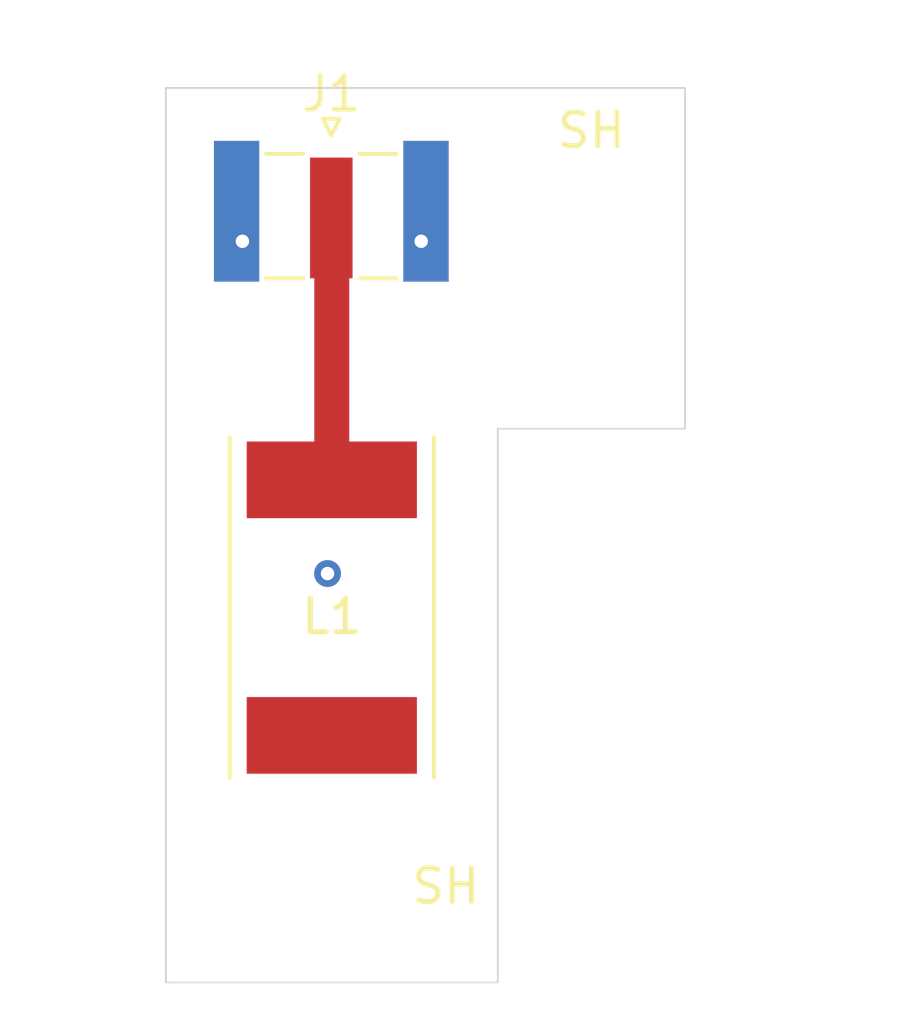
<source format=kicad_pcb>
(kicad_pcb (version 20211014) (generator pcbnew)
  (layers (0 "F.Cu" signal) (31 "B.Cu" signal) (34 "B.Paste" user) (35 "F.Paste" user) (36 "B.SilkS" user "B.Silkscreen") (37 "F.SilkS" user "F.Silkscreen") (38 "B.Mask" user) (39 "F.Mask" user) (44 "Edge.Cuts" user))
  (net 0 "")
  (net 1 "GND")
  (net 2 "Net-(J1-Pad1)")
  (footprint "Connector_Coaxial:SMA_Samtec_SMA-J-P-X-ST-EM1_EdgeMount" (layer "F.Cu") (at 139.05 100.45)
    (fp_text reference "J1" (at 0 -3.5) (layer "F.SilkS"))
    (fp_text value "Conn_Coaxial")
    (fp_line (start 0.25 -2.76) (end -0.25 -2.76) (layer "F.SilkS") (width 0.12))
    (fp_line (start -1.95 -1.71) (end -0.84 -1.71) (layer "F.SilkS") (width 0.12))
    (fp_line (start -1.95 2) (end -0.84 2) (layer "F.SilkS") (width 0.12))
    (fp_line (start 0 -2.26) (end 0.25 -2.76) (layer "F.SilkS") (width 0.12))
    (fp_line (start -0.25 -2.76) (end 0 -2.26) (layer "F.SilkS") (width 0.12))
    (fp_line (start 0.84 -1.71) (end 1.95 -1.71) (layer "F.SilkS") (width 0.12))
    (fp_line (start 0.84 2) (end 1.95 2) (layer "F.SilkS") (width 0.12))
    (pad "1" smd rect (at 0 0.2) (size 1.27 3.6) (layers "F.Cu" "F.Paste" "F.Mask") (net 2 "Net-(J1-Pad1)"))
    (pad "2" smd rect (at 2.825 0) (size 1.35 4.2) (layers "B.Cu" "B.Paste" "B.Mask") (net 1 "GND"))
    (pad "2" smd rect (at 2.825 0) (size 1.35 4.2) (layers "F.Cu" "F.Paste" "F.Mask") (net 1 "GND"))
    (pad "2" smd rect (at -2.825 0) (size 1.35 4.2) (layers "B.Cu" "B.Paste" "B.Mask") (net 1 "GND"))
    (pad "2" smd rect (at -2.825 0) (size 1.35 4.2) (layers "F.Cu" "F.Paste" "F.Mask") (net 1 "GND"))
  )
  (footprint "L_Coil:L_Coil" (layer "F.Cu") (at 139.065 109.474 180)
    (fp_text reference "L1" (at 0 -3.056) (layer "F.SilkS"))
    (fp_text value "L")
    (fp_line (start -3.048 -7.874) (end -3.048 2.286) (layer "F.SilkS") (width 0.12))
    (fp_line (start 3.048 -7.874) (end 3.048 2.286) (layer "F.SilkS") (width 0.12))
    (pad "1" smd rect locked (at 0 1.016 180) (size 5.08 2.286) (layers "F.Cu" "F.Paste" "F.Mask") (net 2 "Net-(J1-Pad1)"))
    (pad "2" smd rect locked (at 0 -6.604 180) (size 5.08 2.286) (layers "F.Cu" "F.Paste" "F.Mask") (net 1 "GND"))
  )
  (footprint "MountingHole:MountingHole_2.2mm_M2" (layer "F.Cu") (at 139.065 120.65)
    (fp_text reference "SH" (at 3.4036 -0.0762) (layer "F.SilkS"))
    (fp_text value "MountingHole_2.2mm_M2")
    (pad "" np_thru_hole circle (at 0 0) (size 2.2 2.2) (drill 2.2) (layers *.Cu *.Mask))
  )
  (footprint "MountingHole:MountingHole_2.2mm_M2" (layer "F.Cu") (at 146.812 101.346)
    (fp_text reference "SH" (at 0 -3.302) (layer "F.SilkS"))
    (fp_text value "MountingHole_2.2mm_M2")
    (pad "" np_thru_hole circle (at 0 0) (size 2.2 2.2) (drill 2.2) (layers *.Cu *.Mask))
  )
  (gr_line (start 149.606 96.774) (end 149.606 106.426) (layer "Edge.Cuts") (width 0.05))
  (gr_line (start 149.606 106.426) (end 149.606 106.934) (layer "Edge.Cuts") (width 0.05))
  (gr_line (start 144.018 106.934) (end 144.018 123.444) (layer "Edge.Cuts") (width 0.05))
  (gr_line (start 134.112 96.774) (end 149.606 96.774) (layer "Edge.Cuts") (width 0.05))
  (gr_line (start 144.018 123.444) (end 134.112 123.444) (layer "Edge.Cuts") (width 0.05))
  (gr_line (start 149.606 106.934) (end 144.018 106.934) (layer "Edge.Cuts") (width 0.05))
  (gr_line (start 134.112 123.444) (end 134.112 96.774) (layer "Edge.Cuts") (width 0.05))
  (via (at 141.732 101.346) (size 0.8) (drill 0.4) (layers "F.Cu" "B.Cu") (net 1))
  (via (at 136.398 101.346) (size 0.8) (drill 0.4) (layers "F.Cu" "B.Cu") (net 1))
  (via (at 138.938 111.252) (size 0.8) (drill 0.4) (layers "F.Cu" "B.Cu") (net 1))
  (segment (start 139.065 101.473) (end 139.065 108.458) (width 1.044) (layer "F.Cu") (net 2))
)
</source>
